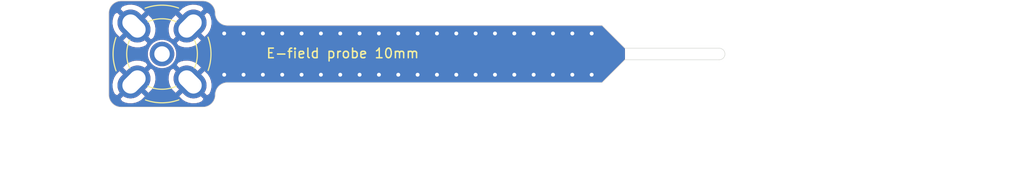
<source format=kicad_pcb>
(kicad_pcb (version 20171130) (host pcbnew "(5.1.5)-3")

  (general
    (thickness 1)
    (drawings 23)
    (tracks 41)
    (zones 0)
    (modules 1)
    (nets 3)
  )

  (page A4)
  (layers
    (0 F.Cu signal)
    (1 In1.Cu signal)
    (2 In2.Cu signal)
    (31 B.Cu signal)
    (32 B.Adhes user)
    (33 F.Adhes user)
    (34 B.Paste user)
    (35 F.Paste user)
    (36 B.SilkS user)
    (37 F.SilkS user)
    (38 B.Mask user)
    (39 F.Mask user)
    (40 Dwgs.User user)
    (41 Cmts.User user)
    (42 Eco1.User user)
    (43 Eco2.User user)
    (44 Edge.Cuts user)
    (45 Margin user)
    (46 B.CrtYd user)
    (47 F.CrtYd user)
    (48 B.Fab user hide)
    (49 F.Fab user hide)
  )

  (setup
    (last_trace_width 0.706149)
    (user_trace_width 0.23495)
    (trace_clearance 0.1)
    (zone_clearance 0)
    (zone_45_only no)
    (trace_min 0.2)
    (via_size 0.8)
    (via_drill 0.4)
    (via_min_size 0.4)
    (via_min_drill 0.3)
    (uvia_size 0.3)
    (uvia_drill 0.1)
    (uvias_allowed no)
    (uvia_min_size 0.2)
    (uvia_min_drill 0.1)
    (edge_width 0.05)
    (segment_width 0.2)
    (pcb_text_width 0.3)
    (pcb_text_size 1.5 1.5)
    (mod_edge_width 0.12)
    (mod_text_size 1 1)
    (mod_text_width 0.15)
    (pad_size 2.54 2.54)
    (pad_drill 1.6)
    (pad_to_mask_clearance 0.051)
    (solder_mask_min_width 0.25)
    (aux_axis_origin 0 0)
    (visible_elements 7FFFFF7F)
    (pcbplotparams
      (layerselection 0x010fc_ffffffff)
      (usegerberextensions false)
      (usegerberattributes false)
      (usegerberadvancedattributes false)
      (creategerberjobfile false)
      (excludeedgelayer true)
      (linewidth 0.100000)
      (plotframeref false)
      (viasonmask false)
      (mode 1)
      (useauxorigin false)
      (hpglpennumber 1)
      (hpglpenspeed 20)
      (hpglpendiameter 15.000000)
      (psnegative false)
      (psa4output false)
      (plotreference true)
      (plotvalue true)
      (plotinvisibletext false)
      (padsonsilk false)
      (subtractmaskfromsilk false)
      (outputformat 1)
      (mirror false)
      (drillshape 1)
      (scaleselection 1)
      (outputdirectory ""))
  )

  (net 0 "")
  (net 1 "Net-(J1-Pad1)")
  (net 2 GND)

  (net_class Default "This is the default net class."
    (clearance 0.1)
    (trace_width 0.706149)
    (via_dia 0.8)
    (via_drill 0.4)
    (uvia_dia 0.3)
    (uvia_drill 0.1)
    (add_net GND)
    (add_net "Net-(J1-Pad1)")
  )

  (module _Custom:BNC_SMA_Vertical (layer F.Cu) (tedit 5E57CA57) (tstamp 5E56994B)
    (at 110.88 96.27)
    (descr "BNC female PCB mount 4 pin straight chassis connector http://www.te.com/usa-en/product-1-1478204-0.html")
    (tags "BNC female PCB mount 4 pin straight chassis connector ")
    (path /5E569AC0)
    (fp_text reference J1 (at -4.33 0.01 90) (layer F.SilkS) hide
      (effects (font (size 1 1) (thickness 0.15)))
    )
    (fp_text value Conn_Coaxial (at 0 6.5) (layer F.Fab)
      (effects (font (size 1 1) (thickness 0.15)))
    )
    (fp_arc (start 0 0) (end 1.45 3.355) (angle 46.74710926) (layer F.SilkS) (width 0.12))
    (fp_arc (start 0 0) (end -1.45 -3.355) (angle 46.74710926) (layer F.SilkS) (width 0.12))
    (fp_arc (start 0 0) (end -3.355 1.45) (angle 46.74710926) (layer F.SilkS) (width 0.12))
    (fp_arc (start 0 0) (end 3.355 -1.45) (angle 46.74710926) (layer F.SilkS) (width 0.12))
    (fp_circle (center 0 0) (end 3.175 0) (layer F.Fab) (width 0.1))
    (fp_arc (start 0 0) (end -1.75 -4.75) (angle 40) (layer F.SilkS) (width 0.12))
    (fp_arc (start 0 0) (end 4.75 -1.75) (angle 40) (layer F.SilkS) (width 0.12))
    (fp_arc (start 0 0) (end 1.75 4.75) (angle 40) (layer F.SilkS) (width 0.12))
    (fp_arc (start 0 0) (end -4.75 1.75) (angle 40) (layer F.SilkS) (width 0.12))
    (fp_circle (center 0 0) (end 4.8 0) (layer F.Fab) (width 0.1))
    (fp_line (start -5.5 -5.5) (end 5.5 -5.5) (layer F.CrtYd) (width 0.05))
    (fp_line (start -5.5 5.5) (end -5.5 -5.5) (layer F.CrtYd) (width 0.05))
    (fp_line (start 5.5 5.5) (end -5.5 5.5) (layer F.CrtYd) (width 0.05))
    (fp_line (start 5.5 -5.5) (end 5.5 5.5) (layer F.CrtYd) (width 0.05))
    (fp_text user %R (at 0 0) (layer F.Fab)
      (effects (font (size 1 1) (thickness 0.15)))
    )
    (pad 2 thru_hole oval (at 2.9 2.9 45) (size 2.7 3.7) (drill oval 1.7 2.7) (layers *.Cu *.Mask)
      (net 2 GND))
    (pad 2 thru_hole oval (at -2.9 2.9 315) (size 2.7 3.7) (drill oval 1.7 2.7) (layers *.Cu *.Mask)
      (net 2 GND))
    (pad 2 thru_hole oval (at 2.9 -2.9 315) (size 2.7 3.7) (drill oval 1.7 2.7) (layers *.Cu *.Mask)
      (net 2 GND))
    (pad 1 thru_hole circle (at 0 0) (size 2.54 2.54) (drill 1.6) (layers *.Cu *.Mask)
      (net 1 "Net-(J1-Pad1)") (clearance 0.2))
    (pad 2 thru_hole oval (at -2.9 -2.9 45) (size 2.7 3.7) (drill oval 1.7 2.7) (layers *.Cu *.Mask)
      (net 2 GND))
    (model ${KISYS3DMOD}/Connector_Coaxial.3dshapes/BNC_TEConnectivity_1478204_Vertical.wrl
      (at (xyz 0 0 0))
      (scale (xyz 1 1 1))
      (rotate (xyz 0 0 0))
    )
  )

  (dimension 10 (width 0.12) (layer Cmts.User)
    (gr_text "10.000 mm" (at 163.75 99.14) (layer Cmts.User)
      (effects (font (size 1 1) (thickness 0.15)))
    )
    (feature1 (pts (xy 158.75 96.27) (xy 158.75 98.456421)))
    (feature2 (pts (xy 168.75 96.27) (xy 168.75 98.456421)))
    (crossbar (pts (xy 168.75 97.87) (xy 158.75 97.87)))
    (arrow1a (pts (xy 158.75 97.87) (xy 159.876504 97.283579)))
    (arrow1b (pts (xy 158.75 97.87) (xy 159.876504 98.456421)))
    (arrow2a (pts (xy 168.75 97.87) (xy 167.623496 97.283579)))
    (arrow2b (pts (xy 168.75 97.87) (xy 167.623496 98.456421)))
  )
  (dimension 40 (width 0.15) (layer Cmts.User) (tstamp 5E57CB28)
    (gr_text "40.000 mm" (at 136.38 108.94) (layer Cmts.User) (tstamp 5E57CB28)
      (effects (font (size 1 1) (thickness 0.15)))
    )
    (feature1 (pts (xy 156.38 93.31) (xy 156.38 108.226421)))
    (feature2 (pts (xy 116.38 93.31) (xy 116.38 108.226421)))
    (crossbar (pts (xy 116.38 107.64) (xy 156.38 107.64)))
    (arrow1a (pts (xy 156.38 107.64) (xy 155.253496 108.226421)))
    (arrow1b (pts (xy 156.38 107.64) (xy 155.253496 107.053579)))
    (arrow2a (pts (xy 116.38 107.64) (xy 117.506504 108.226421)))
    (arrow2b (pts (xy 116.38 107.64) (xy 117.506504 107.053579)))
  )
  (dimension 11 (width 0.12) (layer Cmts.User)
    (gr_text "11.000 mm" (at 116.38 104.6) (layer Cmts.User)
      (effects (font (size 1 1) (thickness 0.15)))
    )
    (feature1 (pts (xy 121.88 96.27) (xy 121.88 103.916421)))
    (feature2 (pts (xy 110.88 96.27) (xy 110.88 103.916421)))
    (crossbar (pts (xy 110.88 103.33) (xy 121.88 103.33)))
    (arrow1a (pts (xy 121.88 103.33) (xy 120.753496 103.916421)))
    (arrow1b (pts (xy 121.88 103.33) (xy 120.753496 102.743579)))
    (arrow2a (pts (xy 110.88 103.33) (xy 112.006504 103.916421)))
    (arrow2b (pts (xy 110.88 103.33) (xy 112.006504 102.743579)))
  )
  (gr_line (start 158.74 95.67) (end 156.38 93.31) (layer Edge.Cuts) (width 0.05) (tstamp 5E57C5E5))
  (gr_line (start 158.74 96.87) (end 156.38 99.23) (layer Edge.Cuts) (width 0.05) (tstamp 5E57C5DC))
  (gr_text "E-field probe 10mm" (at 121.58 96.2025) (layer F.SilkS)
    (effects (font (size 1 1) (thickness 0.15)) (justify left))
  )
  (dimension 2.96 (width 0.15) (layer Cmts.User)
    (gr_text "2.960 mm" (at 117.925 94.79 90) (layer Cmts.User)
      (effects (font (size 0.3 0.3) (thickness 0.075)))
    )
    (feature1 (pts (xy 119.655 93.31) (xy 118.563579 93.31)))
    (feature2 (pts (xy 119.655 96.27) (xy 118.563579 96.27)))
    (crossbar (pts (xy 119.15 96.27) (xy 119.15 93.31)))
    (arrow1a (pts (xy 119.15 93.31) (xy 119.736421 94.436504)))
    (arrow1b (pts (xy 119.15 93.31) (xy 118.563579 94.436504)))
    (arrow2a (pts (xy 119.15 96.27) (xy 119.736421 95.143496)))
    (arrow2b (pts (xy 119.15 96.27) (xy 118.563579 95.143496)))
  )
  (dimension 5.5 (width 0.15) (layer Cmts.User)
    (gr_text "5.500 mm" (at 101.65 93.52 90) (layer Cmts.User)
      (effects (font (size 0.7 0.7) (thickness 0.15)))
    )
    (feature1 (pts (xy 110.88 90.77) (xy 102.363579 90.77)))
    (feature2 (pts (xy 110.88 96.27) (xy 102.363579 96.27)))
    (crossbar (pts (xy 102.95 96.27) (xy 102.95 90.77)))
    (arrow1a (pts (xy 102.95 90.77) (xy 103.536421 91.896504)))
    (arrow1b (pts (xy 102.95 90.77) (xy 102.363579 91.896504)))
    (arrow2a (pts (xy 102.95 96.27) (xy 103.536421 95.143496)))
    (arrow2b (pts (xy 102.95 96.27) (xy 102.363579 95.143496)))
  )
  (gr_arc (start 168.484999 96.26996) (end 168.485 96.869924) (angle -180) (layer Edge.Cuts) (width 0.05) (tstamp 5E569C66))
  (gr_line (start 158.74 95.67) (end 168.485 95.669996) (layer Edge.Cuts) (width 0.05) (tstamp 5E5771FA))
  (gr_line (start 158.74 96.87) (end 168.485 96.869924) (layer Edge.Cuts) (width 0.05))
  (gr_line (start 117.649999 93.310002) (end 156.38 93.31) (layer Edge.Cuts) (width 0.05) (tstamp 5E569BFD))
  (gr_line (start 117.650001 99.230002) (end 156.38 99.23) (layer Edge.Cuts) (width 0.05))
  (gr_line (start 106.649998 101.77) (end 115.109999 101.77) (layer Edge.Cuts) (width 0.05) (tstamp 5E569BED))
  (gr_arc (start 117.65 92.040002) (end 116.38 92.040001) (angle -90) (layer Edge.Cuts) (width 0.05) (tstamp 5E569BDC))
  (gr_arc (start 115.11 92.04) (end 116.38 92.040001) (angle -90) (layer Edge.Cuts) (width 0.05) (tstamp 5E569BD3))
  (gr_arc (start 117.65 100.500002) (end 117.650001 99.230002) (angle -90) (layer Edge.Cuts) (width 0.05) (tstamp 5E569BB2))
  (gr_arc (start 115.11 100.5) (end 115.109999 101.77) (angle -90) (layer Edge.Cuts) (width 0.05) (tstamp 5E569BA8))
  (gr_arc (start 106.65 100.500001) (end 105.38 100.5) (angle -90) (layer Edge.Cuts) (width 0.05) (tstamp 5E569B8F))
  (gr_arc (start 106.65 92.04) (end 106.65 90.77) (angle -90) (layer Edge.Cuts) (width 0.05) (tstamp 5E569C32))
  (dimension 11 (width 0.15) (layer Cmts.User)
    (gr_text "11.000 mm" (at 97.79 96.27 270) (layer Cmts.User)
      (effects (font (size 1 1) (thickness 0.15)))
    )
    (feature1 (pts (xy 105.38 101.77) (xy 98.503579 101.77)))
    (feature2 (pts (xy 105.38 90.77) (xy 98.503579 90.77)))
    (crossbar (pts (xy 99.09 90.77) (xy 99.09 101.77)))
    (arrow1a (pts (xy 99.09 101.77) (xy 98.503579 100.643496)))
    (arrow1b (pts (xy 99.09 101.77) (xy 99.676421 100.643496)))
    (arrow2a (pts (xy 99.09 90.77) (xy 98.503579 91.896504)))
    (arrow2b (pts (xy 99.09 90.77) (xy 99.676421 91.896504)))
  )
  (gr_line (start 105.38 100.5) (end 105.38 92.04) (layer Edge.Cuts) (width 0.05) (tstamp 5E569963))
  (gr_line (start 106.65 90.77) (end 115.110001 90.77) (layer Edge.Cuts) (width 0.05))

  (segment (start 110.88 96.27) (end 168.63 96.27) (width 0.23495) (layer In1.Cu) (net 1))
  (via (at 155.31 98.42) (size 0.8) (drill 0.4) (layers F.Cu B.Cu) (net 2) (tstamp 5E57BF40))
  (via (at 153.31 98.42) (size 0.8) (drill 0.4) (layers F.Cu B.Cu) (net 2) (tstamp 5E57BF42))
  (via (at 151.31 98.42) (size 0.8) (drill 0.4) (layers F.Cu B.Cu) (net 2) (tstamp 5E57BF44))
  (via (at 149.31 98.42) (size 0.8) (drill 0.4) (layers F.Cu B.Cu) (net 2) (tstamp 5E57BF46))
  (via (at 147.31 98.42) (size 0.8) (drill 0.4) (layers F.Cu B.Cu) (net 2) (tstamp 5E57BF48))
  (via (at 145.31 98.42) (size 0.8) (drill 0.4) (layers F.Cu B.Cu) (net 2) (tstamp 5E57BF4A))
  (via (at 143.31 98.42) (size 0.8) (drill 0.4) (layers F.Cu B.Cu) (net 2) (tstamp 5E57BF4C))
  (via (at 141.31 98.42) (size 0.8) (drill 0.4) (layers F.Cu B.Cu) (net 2) (tstamp 5E57BF4E))
  (via (at 139.31 98.42) (size 0.8) (drill 0.4) (layers F.Cu B.Cu) (net 2) (tstamp 5E57BF50))
  (via (at 137.31 98.42) (size 0.8) (drill 0.4) (layers F.Cu B.Cu) (net 2) (tstamp 5E57BF52))
  (via (at 135.31 98.42) (size 0.8) (drill 0.4) (layers F.Cu B.Cu) (net 2) (tstamp 5E57BF54))
  (via (at 133.31 98.42) (size 0.8) (drill 0.4) (layers F.Cu B.Cu) (net 2) (tstamp 5E57BF56))
  (via (at 131.31 98.42) (size 0.8) (drill 0.4) (layers F.Cu B.Cu) (net 2) (tstamp 5E57BF58))
  (via (at 129.31 98.42) (size 0.8) (drill 0.4) (layers F.Cu B.Cu) (net 2) (tstamp 5E57BF5A))
  (via (at 127.31 98.42) (size 0.8) (drill 0.4) (layers F.Cu B.Cu) (net 2) (tstamp 5E57BF5C))
  (via (at 125.31 98.42) (size 0.8) (drill 0.4) (layers F.Cu B.Cu) (net 2) (tstamp 5E57BF5E))
  (via (at 123.31 98.42) (size 0.8) (drill 0.4) (layers F.Cu B.Cu) (net 2) (tstamp 5E57BF60))
  (via (at 121.31 98.42) (size 0.8) (drill 0.4) (layers F.Cu B.Cu) (net 2) (tstamp 5E57BF62))
  (via (at 119.31 98.42) (size 0.8) (drill 0.4) (layers F.Cu B.Cu) (net 2) (tstamp 5E57BF64))
  (via (at 117.31 98.42) (size 0.8) (drill 0.4) (layers F.Cu B.Cu) (net 2) (tstamp 5E57BF66))
  (via (at 155.31 94.14) (size 0.8) (drill 0.4) (layers F.Cu B.Cu) (net 2) (tstamp 5E57BF94))
  (via (at 153.31 94.14) (size 0.8) (drill 0.4) (layers F.Cu B.Cu) (net 2) (tstamp 5E57BF96))
  (via (at 151.31 94.14) (size 0.8) (drill 0.4) (layers F.Cu B.Cu) (net 2) (tstamp 5E57BF98))
  (via (at 149.31 94.14) (size 0.8) (drill 0.4) (layers F.Cu B.Cu) (net 2) (tstamp 5E57BF9A))
  (via (at 147.31 94.14) (size 0.8) (drill 0.4) (layers F.Cu B.Cu) (net 2) (tstamp 5E57BF9C))
  (via (at 145.31 94.14) (size 0.8) (drill 0.4) (layers F.Cu B.Cu) (net 2) (tstamp 5E57BF9E))
  (via (at 143.31 94.14) (size 0.8) (drill 0.4) (layers F.Cu B.Cu) (net 2) (tstamp 5E57BFA0))
  (via (at 141.31 94.14) (size 0.8) (drill 0.4) (layers F.Cu B.Cu) (net 2) (tstamp 5E57BFA2))
  (via (at 139.31 94.14) (size 0.8) (drill 0.4) (layers F.Cu B.Cu) (net 2) (tstamp 5E57BFA4))
  (via (at 137.31 94.14) (size 0.8) (drill 0.4) (layers F.Cu B.Cu) (net 2) (tstamp 5E57BFA6))
  (via (at 135.31 94.14) (size 0.8) (drill 0.4) (layers F.Cu B.Cu) (net 2) (tstamp 5E57BFA8))
  (via (at 133.31 94.14) (size 0.8) (drill 0.4) (layers F.Cu B.Cu) (net 2) (tstamp 5E57BFAA))
  (via (at 131.31 94.14) (size 0.8) (drill 0.4) (layers F.Cu B.Cu) (net 2) (tstamp 5E57BFAC))
  (via (at 129.31 94.14) (size 0.8) (drill 0.4) (layers F.Cu B.Cu) (net 2) (tstamp 5E57BFAE))
  (via (at 127.31 94.14) (size 0.8) (drill 0.4) (layers F.Cu B.Cu) (net 2) (tstamp 5E57BFB0))
  (via (at 125.31 94.14) (size 0.8) (drill 0.4) (layers F.Cu B.Cu) (net 2) (tstamp 5E57BFB2))
  (via (at 123.31 94.14) (size 0.8) (drill 0.4) (layers F.Cu B.Cu) (net 2) (tstamp 5E57BFB4))
  (via (at 121.31 94.14) (size 0.8) (drill 0.4) (layers F.Cu B.Cu) (net 2) (tstamp 5E57BFB6))
  (via (at 119.31 94.14) (size 0.8) (drill 0.4) (layers F.Cu B.Cu) (net 2) (tstamp 5E57BFB8))
  (via (at 117.31 94.14) (size 0.8) (drill 0.4) (layers F.Cu B.Cu) (net 2) (tstamp 5E57BFBA))

  (zone (net 2) (net_name GND) (layer F.Cu) (tstamp 0) (hatch edge 0.508)
    (connect_pads (clearance 0))
    (min_thickness 0.0254)
    (fill yes (arc_segments 32) (thermal_gap 0.508) (thermal_bridge_width 0.508))
    (polygon
      (pts
        (xy 200.03 101.87) (xy 105.18 101.87) (xy 105.18 90.67) (xy 200.03 90.67)
      )
    )
    (filled_polygon
      (pts
        (xy 115.34932 90.831346) (xy 115.579526 90.90085) (xy 115.791844 91.013742) (xy 115.978195 91.165726) (xy 116.131472 91.351007)
        (xy 116.245847 91.562537) (xy 116.316955 91.792252) (xy 116.342276 92.03317) (xy 116.3423 92.040133) (xy 116.342331 92.048999)
        (xy 116.342498 92.050646) (xy 116.342487 92.052284) (xy 116.342538 92.052808) (xy 116.368446 92.299311) (xy 116.369131 92.302649)
        (xy 116.369773 92.306014) (xy 116.369925 92.306518) (xy 116.443219 92.543295) (xy 116.444561 92.546489) (xy 116.445824 92.549613)
        (xy 116.446068 92.550073) (xy 116.44607 92.550078) (xy 116.446073 92.550082) (xy 116.563959 92.768107) (xy 116.565881 92.770957)
        (xy 116.567741 92.773799) (xy 116.56807 92.774202) (xy 116.568074 92.774208) (xy 116.568079 92.774213) (xy 116.726066 92.965187)
        (xy 116.728487 92.967591) (xy 116.730881 92.970036) (xy 116.731286 92.970371) (xy 116.923364 93.127026) (xy 116.926199 93.128909)
        (xy 116.92903 93.130848) (xy 116.929493 93.131098) (xy 117.148341 93.247462) (xy 117.1515 93.248764) (xy 117.154641 93.25011)
        (xy 117.155143 93.250266) (xy 117.392424 93.321906) (xy 117.395797 93.322574) (xy 117.399119 93.32328) (xy 117.399642 93.323335)
        (xy 117.64632 93.347522) (xy 117.646325 93.347522) (xy 117.648152 93.347702) (xy 156.364384 93.347699) (xy 158.712039 95.695355)
        (xy 158.713214 95.696787) (xy 158.714646 95.697962) (xy 158.714648 95.697964) (xy 158.718953 95.701497) (xy 158.725503 95.704998)
        (xy 158.732609 95.707154) (xy 158.7373 95.707616) (xy 158.7373 96.832384) (xy 158.732609 96.832846) (xy 158.725503 96.835002)
        (xy 158.718953 96.838503) (xy 158.718493 96.838881) (xy 158.713213 96.843214) (xy 158.712033 96.844652) (xy 156.364386 99.1923)
        (xy 117.650132 99.192303) (xy 117.649869 99.192302) (xy 117.649583 99.192303) (xy 117.648154 99.192303) (xy 117.648101 99.192308)
        (xy 117.641003 99.192333) (xy 117.639364 99.1925) (xy 117.637718 99.192488) (xy 117.637195 99.192539) (xy 117.390691 99.218448)
        (xy 117.38736 99.219132) (xy 117.383988 99.219775) (xy 117.383484 99.219927) (xy 117.146708 99.293221) (xy 117.143547 99.29455)
        (xy 117.14039 99.295825) (xy 117.139925 99.296072) (xy 116.921895 99.413961) (xy 116.919061 99.415873) (xy 116.916203 99.417743)
        (xy 116.915796 99.418075) (xy 116.724815 99.576068) (xy 116.722375 99.578525) (xy 116.719966 99.580884) (xy 116.71963 99.581289)
        (xy 116.562976 99.773366) (xy 116.561093 99.776201) (xy 116.559154 99.779032) (xy 116.558904 99.779495) (xy 116.44254 99.998343)
        (xy 116.441238 100.001502) (xy 116.439892 100.004643) (xy 116.439736 100.005145) (xy 116.368096 100.242426) (xy 116.367428 100.245799)
        (xy 116.366722 100.249121) (xy 116.366667 100.249644) (xy 116.34248 100.496322) (xy 116.318654 100.73932) (xy 116.24915 100.969526)
        (xy 116.136258 101.181844) (xy 115.984275 101.368194) (xy 115.798993 101.521472) (xy 115.587463 101.635847) (xy 115.357753 101.706953)
        (xy 115.11683 101.732276) (xy 115.109867 101.7323) (xy 106.651832 101.7323) (xy 106.41068 101.708655) (xy 106.180474 101.639151)
        (xy 105.968156 101.526259) (xy 105.781806 101.374276) (xy 105.628528 101.188994) (xy 105.514153 100.977464) (xy 105.494208 100.91303)
        (xy 106.578219 100.91303) (xy 106.731278 101.16617) (xy 107.024827 101.311234) (xy 107.385146 101.394254) (xy 107.754738 101.405384)
        (xy 108.1194 101.344196) (xy 108.465118 101.213043) (xy 108.778606 101.016963) (xy 109.13216 100.66341) (xy 112.62784 100.66341)
        (xy 112.981394 101.016963) (xy 113.294882 101.213043) (xy 113.6406 101.344196) (xy 114.005262 101.405384) (xy 114.374854 101.394254)
        (xy 114.735173 101.311234) (xy 115.028722 101.16617) (xy 115.181781 100.91303) (xy 113.78 99.51125) (xy 112.62784 100.66341)
        (xy 109.13216 100.66341) (xy 107.98 99.51125) (xy 106.578219 100.91303) (xy 105.494208 100.91303) (xy 105.443047 100.747754)
        (xy 105.417724 100.506831) (xy 105.4177 100.499868) (xy 105.4177 99.395262) (xy 105.744616 99.395262) (xy 105.755746 99.764854)
        (xy 105.838766 100.125173) (xy 105.98383 100.418722) (xy 106.23697 100.571781) (xy 107.63875 99.17) (xy 108.32125 99.17)
        (xy 109.47341 100.32216) (xy 109.826963 99.968606) (xy 110.023043 99.655118) (xy 110.154196 99.3094) (xy 110.215384 98.944738)
        (xy 111.544616 98.944738) (xy 111.605804 99.3094) (xy 111.736957 99.655118) (xy 111.933037 99.968606) (xy 112.28659 100.32216)
        (xy 113.43875 99.17) (xy 114.12125 99.17) (xy 115.52303 100.571781) (xy 115.77617 100.418722) (xy 115.921234 100.125173)
        (xy 116.004254 99.764854) (xy 116.015384 99.395262) (xy 115.954196 99.0306) (xy 115.823043 98.684882) (xy 115.626963 98.371394)
        (xy 115.27341 98.01784) (xy 114.12125 99.17) (xy 113.43875 99.17) (xy 112.03697 97.768219) (xy 111.78383 97.921278)
        (xy 111.638766 98.214827) (xy 111.555746 98.575146) (xy 111.544616 98.944738) (xy 110.215384 98.944738) (xy 110.204254 98.575146)
        (xy 110.121234 98.214827) (xy 109.97617 97.921278) (xy 109.72303 97.768219) (xy 108.32125 99.17) (xy 107.63875 99.17)
        (xy 106.48659 98.01784) (xy 106.133037 98.371394) (xy 105.936957 98.684882) (xy 105.805804 99.0306) (xy 105.744616 99.395262)
        (xy 105.4177 99.395262) (xy 105.4177 97.67659) (xy 106.82784 97.67659) (xy 107.98 98.82875) (xy 109.381781 97.42697)
        (xy 109.228722 97.17383) (xy 108.935173 97.028766) (xy 108.574854 96.945746) (xy 108.205262 96.934616) (xy 107.8406 96.995804)
        (xy 107.494882 97.126957) (xy 107.181394 97.323037) (xy 106.82784 97.67659) (xy 105.4177 97.67659) (xy 105.4177 96.123967)
        (xy 109.3973 96.123967) (xy 109.3973 96.416033) (xy 109.454279 96.702488) (xy 109.566048 96.972322) (xy 109.728312 97.215166)
        (xy 109.934834 97.421688) (xy 110.177678 97.583952) (xy 110.447512 97.695721) (xy 110.733967 97.7527) (xy 111.026033 97.7527)
        (xy 111.312488 97.695721) (xy 111.582322 97.583952) (xy 111.81726 97.42697) (xy 112.378219 97.42697) (xy 113.78 98.82875)
        (xy 114.93216 97.67659) (xy 114.578606 97.323037) (xy 114.265118 97.126957) (xy 113.9194 96.995804) (xy 113.554738 96.934616)
        (xy 113.185146 96.945746) (xy 112.824827 97.028766) (xy 112.531278 97.17383) (xy 112.378219 97.42697) (xy 111.81726 97.42697)
        (xy 111.825166 97.421688) (xy 112.031688 97.215166) (xy 112.193952 96.972322) (xy 112.305721 96.702488) (xy 112.3627 96.416033)
        (xy 112.3627 96.123967) (xy 112.305721 95.837512) (xy 112.193952 95.567678) (xy 112.031688 95.324834) (xy 111.825166 95.118312)
        (xy 111.817261 95.11303) (xy 112.378219 95.11303) (xy 112.531278 95.36617) (xy 112.824827 95.511234) (xy 113.185146 95.594254)
        (xy 113.554738 95.605384) (xy 113.9194 95.544196) (xy 114.265118 95.413043) (xy 114.578606 95.216963) (xy 114.93216 94.86341)
        (xy 113.78 93.71125) (xy 112.378219 95.11303) (xy 111.817261 95.11303) (xy 111.582322 94.956048) (xy 111.312488 94.844279)
        (xy 111.026033 94.7873) (xy 110.733967 94.7873) (xy 110.447512 94.844279) (xy 110.177678 94.956048) (xy 109.934834 95.118312)
        (xy 109.728312 95.324834) (xy 109.566048 95.567678) (xy 109.454279 95.837512) (xy 109.3973 96.123967) (xy 105.4177 96.123967)
        (xy 105.4177 94.86341) (xy 106.82784 94.86341) (xy 107.181394 95.216963) (xy 107.494882 95.413043) (xy 107.8406 95.544196)
        (xy 108.205262 95.605384) (xy 108.574854 95.594254) (xy 108.935173 95.511234) (xy 109.228722 95.36617) (xy 109.381781 95.11303)
        (xy 107.98 93.71125) (xy 106.82784 94.86341) (xy 105.4177 94.86341) (xy 105.4177 93.144738) (xy 105.744616 93.144738)
        (xy 105.805804 93.5094) (xy 105.936957 93.855118) (xy 106.133037 94.168606) (xy 106.48659 94.52216) (xy 107.63875 93.37)
        (xy 108.32125 93.37) (xy 109.72303 94.771781) (xy 109.97617 94.618722) (xy 110.121234 94.325173) (xy 110.204254 93.964854)
        (xy 110.215384 93.595262) (xy 111.544616 93.595262) (xy 111.555746 93.964854) (xy 111.638766 94.325173) (xy 111.78383 94.618722)
        (xy 112.03697 94.771781) (xy 113.43875 93.37) (xy 114.12125 93.37) (xy 115.27341 94.52216) (xy 115.626963 94.168606)
        (xy 115.823043 93.855118) (xy 115.954196 93.5094) (xy 116.015384 93.144738) (xy 116.004254 92.775146) (xy 115.921234 92.414827)
        (xy 115.77617 92.121278) (xy 115.52303 91.968219) (xy 114.12125 93.37) (xy 113.43875 93.37) (xy 112.28659 92.21784)
        (xy 111.933037 92.571394) (xy 111.736957 92.884882) (xy 111.605804 93.2306) (xy 111.544616 93.595262) (xy 110.215384 93.595262)
        (xy 110.154196 93.2306) (xy 110.023043 92.884882) (xy 109.826963 92.571394) (xy 109.47341 92.21784) (xy 108.32125 93.37)
        (xy 107.63875 93.37) (xy 106.23697 91.968219) (xy 105.98383 92.121278) (xy 105.838766 92.414827) (xy 105.755746 92.775146)
        (xy 105.744616 93.144738) (xy 105.4177 93.144738) (xy 105.4177 92.041843) (xy 105.441346 91.800681) (xy 105.493792 91.62697)
        (xy 106.578219 91.62697) (xy 107.98 93.02875) (xy 109.13216 91.87659) (xy 112.62784 91.87659) (xy 113.78 93.02875)
        (xy 115.181781 91.62697) (xy 115.028722 91.37383) (xy 114.735173 91.228766) (xy 114.374854 91.145746) (xy 114.005262 91.134616)
        (xy 113.6406 91.195804) (xy 113.294882 91.326957) (xy 112.981394 91.523037) (xy 112.62784 91.87659) (xy 109.13216 91.87659)
        (xy 108.778606 91.523037) (xy 108.465118 91.326957) (xy 108.1194 91.195804) (xy 107.754738 91.134616) (xy 107.385146 91.145746)
        (xy 107.024827 91.228766) (xy 106.731278 91.37383) (xy 106.578219 91.62697) (xy 105.493792 91.62697) (xy 105.51085 91.570475)
        (xy 105.623741 91.358156) (xy 105.775725 91.171806) (xy 105.961006 91.018528) (xy 106.172536 90.904154) (xy 106.40225 90.833045)
        (xy 106.643169 90.807724) (xy 106.650132 90.8077) (xy 115.108158 90.8077)
      )
    )
  )
  (zone (net 2) (net_name GND) (layer In2.Cu) (tstamp 5E577442) (hatch edge 0.508)
    (connect_pads (clearance 0))
    (min_thickness 0.0254)
    (fill yes (arc_segments 32) (thermal_gap 0.508) (thermal_bridge_width 0.508))
    (polygon
      (pts
        (xy 200.03 101.87) (xy 105.18 101.87) (xy 105.18 90.67) (xy 200.03 90.67)
      )
    )
    (filled_polygon
      (pts
        (xy 115.34932 90.831346) (xy 115.579526 90.90085) (xy 115.791844 91.013742) (xy 115.978195 91.165726) (xy 116.131472 91.351007)
        (xy 116.245847 91.562537) (xy 116.316955 91.792252) (xy 116.342276 92.03317) (xy 116.3423 92.040133) (xy 116.342331 92.048999)
        (xy 116.342498 92.050646) (xy 116.342487 92.052284) (xy 116.342538 92.052808) (xy 116.368446 92.299311) (xy 116.369131 92.302649)
        (xy 116.369773 92.306014) (xy 116.369925 92.306518) (xy 116.443219 92.543295) (xy 116.444561 92.546489) (xy 116.445824 92.549613)
        (xy 116.446068 92.550073) (xy 116.44607 92.550078) (xy 116.446073 92.550082) (xy 116.563959 92.768107) (xy 116.565881 92.770957)
        (xy 116.567741 92.773799) (xy 116.56807 92.774202) (xy 116.568074 92.774208) (xy 116.568079 92.774213) (xy 116.726066 92.965187)
        (xy 116.728487 92.967591) (xy 116.730881 92.970036) (xy 116.731286 92.970371) (xy 116.923364 93.127026) (xy 116.926199 93.128909)
        (xy 116.92903 93.130848) (xy 116.929493 93.131098) (xy 117.148341 93.247462) (xy 117.1515 93.248764) (xy 117.154641 93.25011)
        (xy 117.155143 93.250266) (xy 117.392424 93.321906) (xy 117.395797 93.322574) (xy 117.399119 93.32328) (xy 117.399642 93.323335)
        (xy 117.64632 93.347522) (xy 117.646325 93.347522) (xy 117.648152 93.347702) (xy 156.364384 93.347699) (xy 158.712039 95.695355)
        (xy 158.713214 95.696787) (xy 158.714646 95.697962) (xy 158.714648 95.697964) (xy 158.718953 95.701497) (xy 158.725503 95.704998)
        (xy 158.732609 95.707154) (xy 158.7373 95.707616) (xy 158.7373 96.832384) (xy 158.732609 96.832846) (xy 158.725503 96.835002)
        (xy 158.718953 96.838503) (xy 158.718493 96.838881) (xy 158.713213 96.843214) (xy 158.712033 96.844652) (xy 156.364386 99.1923)
        (xy 117.650132 99.192303) (xy 117.649869 99.192302) (xy 117.649583 99.192303) (xy 117.648154 99.192303) (xy 117.648101 99.192308)
        (xy 117.641003 99.192333) (xy 117.639364 99.1925) (xy 117.637718 99.192488) (xy 117.637195 99.192539) (xy 117.390691 99.218448)
        (xy 117.38736 99.219132) (xy 117.383988 99.219775) (xy 117.383484 99.219927) (xy 117.146708 99.293221) (xy 117.143547 99.29455)
        (xy 117.14039 99.295825) (xy 117.139925 99.296072) (xy 116.921895 99.413961) (xy 116.919061 99.415873) (xy 116.916203 99.417743)
        (xy 116.915796 99.418075) (xy 116.724815 99.576068) (xy 116.722375 99.578525) (xy 116.719966 99.580884) (xy 116.71963 99.581289)
        (xy 116.562976 99.773366) (xy 116.561093 99.776201) (xy 116.559154 99.779032) (xy 116.558904 99.779495) (xy 116.44254 99.998343)
        (xy 116.441238 100.001502) (xy 116.439892 100.004643) (xy 116.439736 100.005145) (xy 116.368096 100.242426) (xy 116.367428 100.245799)
        (xy 116.366722 100.249121) (xy 116.366667 100.249644) (xy 116.34248 100.496322) (xy 116.318654 100.73932) (xy 116.24915 100.969526)
        (xy 116.136258 101.181844) (xy 115.984275 101.368194) (xy 115.798993 101.521472) (xy 115.587463 101.635847) (xy 115.357753 101.706953)
        (xy 115.11683 101.732276) (xy 115.109867 101.7323) (xy 106.651832 101.7323) (xy 106.41068 101.708655) (xy 106.180474 101.639151)
        (xy 105.968156 101.526259) (xy 105.781806 101.374276) (xy 105.628528 101.188994) (xy 105.514153 100.977464) (xy 105.494208 100.91303)
        (xy 106.578219 100.91303) (xy 106.731278 101.16617) (xy 107.024827 101.311234) (xy 107.385146 101.394254) (xy 107.754738 101.405384)
        (xy 108.1194 101.344196) (xy 108.465118 101.213043) (xy 108.778606 101.016963) (xy 109.13216 100.66341) (xy 112.62784 100.66341)
        (xy 112.981394 101.016963) (xy 113.294882 101.213043) (xy 113.6406 101.344196) (xy 114.005262 101.405384) (xy 114.374854 101.394254)
        (xy 114.735173 101.311234) (xy 115.028722 101.16617) (xy 115.181781 100.91303) (xy 113.78 99.51125) (xy 112.62784 100.66341)
        (xy 109.13216 100.66341) (xy 107.98 99.51125) (xy 106.578219 100.91303) (xy 105.494208 100.91303) (xy 105.443047 100.747754)
        (xy 105.417724 100.506831) (xy 105.4177 100.499868) (xy 105.4177 99.395262) (xy 105.744616 99.395262) (xy 105.755746 99.764854)
        (xy 105.838766 100.125173) (xy 105.98383 100.418722) (xy 106.23697 100.571781) (xy 107.63875 99.17) (xy 108.32125 99.17)
        (xy 109.47341 100.32216) (xy 109.826963 99.968606) (xy 110.023043 99.655118) (xy 110.154196 99.3094) (xy 110.215384 98.944738)
        (xy 111.544616 98.944738) (xy 111.605804 99.3094) (xy 111.736957 99.655118) (xy 111.933037 99.968606) (xy 112.28659 100.32216)
        (xy 113.43875 99.17) (xy 114.12125 99.17) (xy 115.52303 100.571781) (xy 115.77617 100.418722) (xy 115.921234 100.125173)
        (xy 116.004254 99.764854) (xy 116.015384 99.395262) (xy 115.954196 99.0306) (xy 115.823043 98.684882) (xy 115.626963 98.371394)
        (xy 115.27341 98.01784) (xy 114.12125 99.17) (xy 113.43875 99.17) (xy 112.03697 97.768219) (xy 111.78383 97.921278)
        (xy 111.638766 98.214827) (xy 111.555746 98.575146) (xy 111.544616 98.944738) (xy 110.215384 98.944738) (xy 110.204254 98.575146)
        (xy 110.121234 98.214827) (xy 109.97617 97.921278) (xy 109.72303 97.768219) (xy 108.32125 99.17) (xy 107.63875 99.17)
        (xy 106.48659 98.01784) (xy 106.133037 98.371394) (xy 105.936957 98.684882) (xy 105.805804 99.0306) (xy 105.744616 99.395262)
        (xy 105.4177 99.395262) (xy 105.4177 97.67659) (xy 106.82784 97.67659) (xy 107.98 98.82875) (xy 109.381781 97.42697)
        (xy 109.228722 97.17383) (xy 108.935173 97.028766) (xy 108.574854 96.945746) (xy 108.205262 96.934616) (xy 107.8406 96.995804)
        (xy 107.494882 97.126957) (xy 107.181394 97.323037) (xy 106.82784 97.67659) (xy 105.4177 97.67659) (xy 105.4177 96.123967)
        (xy 109.3973 96.123967) (xy 109.3973 96.416033) (xy 109.454279 96.702488) (xy 109.566048 96.972322) (xy 109.728312 97.215166)
        (xy 109.934834 97.421688) (xy 110.177678 97.583952) (xy 110.447512 97.695721) (xy 110.733967 97.7527) (xy 111.026033 97.7527)
        (xy 111.312488 97.695721) (xy 111.582322 97.583952) (xy 111.81726 97.42697) (xy 112.378219 97.42697) (xy 113.78 98.82875)
        (xy 114.93216 97.67659) (xy 114.578606 97.323037) (xy 114.265118 97.126957) (xy 113.9194 96.995804) (xy 113.554738 96.934616)
        (xy 113.185146 96.945746) (xy 112.824827 97.028766) (xy 112.531278 97.17383) (xy 112.378219 97.42697) (xy 111.81726 97.42697)
        (xy 111.825166 97.421688) (xy 112.031688 97.215166) (xy 112.193952 96.972322) (xy 112.305721 96.702488) (xy 112.3627 96.416033)
        (xy 112.3627 96.123967) (xy 112.305721 95.837512) (xy 112.193952 95.567678) (xy 112.031688 95.324834) (xy 111.825166 95.118312)
        (xy 111.817261 95.11303) (xy 112.378219 95.11303) (xy 112.531278 95.36617) (xy 112.824827 95.511234) (xy 113.185146 95.594254)
        (xy 113.554738 95.605384) (xy 113.9194 95.544196) (xy 114.265118 95.413043) (xy 114.578606 95.216963) (xy 114.93216 94.86341)
        (xy 113.78 93.71125) (xy 112.378219 95.11303) (xy 111.817261 95.11303) (xy 111.582322 94.956048) (xy 111.312488 94.844279)
        (xy 111.026033 94.7873) (xy 110.733967 94.7873) (xy 110.447512 94.844279) (xy 110.177678 94.956048) (xy 109.934834 95.118312)
        (xy 109.728312 95.324834) (xy 109.566048 95.567678) (xy 109.454279 95.837512) (xy 109.3973 96.123967) (xy 105.4177 96.123967)
        (xy 105.4177 94.86341) (xy 106.82784 94.86341) (xy 107.181394 95.216963) (xy 107.494882 95.413043) (xy 107.8406 95.544196)
        (xy 108.205262 95.605384) (xy 108.574854 95.594254) (xy 108.935173 95.511234) (xy 109.228722 95.36617) (xy 109.381781 95.11303)
        (xy 107.98 93.71125) (xy 106.82784 94.86341) (xy 105.4177 94.86341) (xy 105.4177 93.144738) (xy 105.744616 93.144738)
        (xy 105.805804 93.5094) (xy 105.936957 93.855118) (xy 106.133037 94.168606) (xy 106.48659 94.52216) (xy 107.63875 93.37)
        (xy 108.32125 93.37) (xy 109.72303 94.771781) (xy 109.97617 94.618722) (xy 110.121234 94.325173) (xy 110.204254 93.964854)
        (xy 110.215384 93.595262) (xy 111.544616 93.595262) (xy 111.555746 93.964854) (xy 111.638766 94.325173) (xy 111.78383 94.618722)
        (xy 112.03697 94.771781) (xy 113.43875 93.37) (xy 114.12125 93.37) (xy 115.27341 94.52216) (xy 115.626963 94.168606)
        (xy 115.823043 93.855118) (xy 115.954196 93.5094) (xy 116.015384 93.144738) (xy 116.004254 92.775146) (xy 115.921234 92.414827)
        (xy 115.77617 92.121278) (xy 115.52303 91.968219) (xy 114.12125 93.37) (xy 113.43875 93.37) (xy 112.28659 92.21784)
        (xy 111.933037 92.571394) (xy 111.736957 92.884882) (xy 111.605804 93.2306) (xy 111.544616 93.595262) (xy 110.215384 93.595262)
        (xy 110.154196 93.2306) (xy 110.023043 92.884882) (xy 109.826963 92.571394) (xy 109.47341 92.21784) (xy 108.32125 93.37)
        (xy 107.63875 93.37) (xy 106.23697 91.968219) (xy 105.98383 92.121278) (xy 105.838766 92.414827) (xy 105.755746 92.775146)
        (xy 105.744616 93.144738) (xy 105.4177 93.144738) (xy 105.4177 92.041843) (xy 105.441346 91.800681) (xy 105.493792 91.62697)
        (xy 106.578219 91.62697) (xy 107.98 93.02875) (xy 109.13216 91.87659) (xy 112.62784 91.87659) (xy 113.78 93.02875)
        (xy 115.181781 91.62697) (xy 115.028722 91.37383) (xy 114.735173 91.228766) (xy 114.374854 91.145746) (xy 114.005262 91.134616)
        (xy 113.6406 91.195804) (xy 113.294882 91.326957) (xy 112.981394 91.523037) (xy 112.62784 91.87659) (xy 109.13216 91.87659)
        (xy 108.778606 91.523037) (xy 108.465118 91.326957) (xy 108.1194 91.195804) (xy 107.754738 91.134616) (xy 107.385146 91.145746)
        (xy 107.024827 91.228766) (xy 106.731278 91.37383) (xy 106.578219 91.62697) (xy 105.493792 91.62697) (xy 105.51085 91.570475)
        (xy 105.623741 91.358156) (xy 105.775725 91.171806) (xy 105.961006 91.018528) (xy 106.172536 90.904154) (xy 106.40225 90.833045)
        (xy 106.643169 90.807724) (xy 106.650132 90.8077) (xy 115.108158 90.8077)
      )
    )
  )
  (zone (net 2) (net_name GND) (layer B.Cu) (tstamp 5E577449) (hatch edge 0.508)
    (connect_pads (clearance 0))
    (min_thickness 0.0254)
    (fill yes (arc_segments 32) (thermal_gap 0.508) (thermal_bridge_width 0.508))
    (polygon
      (pts
        (xy 200.03 101.87) (xy 105.18 101.87) (xy 105.18 90.67) (xy 200.03 90.67)
      )
    )
    (filled_polygon
      (pts
        (xy 115.34932 90.831346) (xy 115.579526 90.90085) (xy 115.791844 91.013742) (xy 115.978195 91.165726) (xy 116.131472 91.351007)
        (xy 116.245847 91.562537) (xy 116.316955 91.792252) (xy 116.342276 92.03317) (xy 116.3423 92.040133) (xy 116.342331 92.048999)
        (xy 116.342498 92.050646) (xy 116.342487 92.052284) (xy 116.342538 92.052808) (xy 116.368446 92.299311) (xy 116.369131 92.302649)
        (xy 116.369773 92.306014) (xy 116.369925 92.306518) (xy 116.443219 92.543295) (xy 116.444561 92.546489) (xy 116.445824 92.549613)
        (xy 116.446068 92.550073) (xy 116.44607 92.550078) (xy 116.446073 92.550082) (xy 116.563959 92.768107) (xy 116.565881 92.770957)
        (xy 116.567741 92.773799) (xy 116.56807 92.774202) (xy 116.568074 92.774208) (xy 116.568079 92.774213) (xy 116.726066 92.965187)
        (xy 116.728487 92.967591) (xy 116.730881 92.970036) (xy 116.731286 92.970371) (xy 116.923364 93.127026) (xy 116.926199 93.128909)
        (xy 116.92903 93.130848) (xy 116.929493 93.131098) (xy 117.148341 93.247462) (xy 117.1515 93.248764) (xy 117.154641 93.25011)
        (xy 117.155143 93.250266) (xy 117.392424 93.321906) (xy 117.395797 93.322574) (xy 117.399119 93.32328) (xy 117.399642 93.323335)
        (xy 117.64632 93.347522) (xy 117.646325 93.347522) (xy 117.648152 93.347702) (xy 156.364384 93.347699) (xy 158.712039 95.695355)
        (xy 158.713214 95.696787) (xy 158.714646 95.697962) (xy 158.714648 95.697964) (xy 158.718953 95.701497) (xy 158.725503 95.704998)
        (xy 158.732609 95.707154) (xy 158.7373 95.707616) (xy 158.7373 96.832384) (xy 158.732609 96.832846) (xy 158.725503 96.835002)
        (xy 158.718953 96.838503) (xy 158.718493 96.838881) (xy 158.713213 96.843214) (xy 158.712033 96.844652) (xy 156.364386 99.1923)
        (xy 117.650132 99.192303) (xy 117.649869 99.192302) (xy 117.649583 99.192303) (xy 117.648154 99.192303) (xy 117.648101 99.192308)
        (xy 117.641003 99.192333) (xy 117.639364 99.1925) (xy 117.637718 99.192488) (xy 117.637195 99.192539) (xy 117.390691 99.218448)
        (xy 117.38736 99.219132) (xy 117.383988 99.219775) (xy 117.383484 99.219927) (xy 117.146708 99.293221) (xy 117.143547 99.29455)
        (xy 117.14039 99.295825) (xy 117.139925 99.296072) (xy 116.921895 99.413961) (xy 116.919061 99.415873) (xy 116.916203 99.417743)
        (xy 116.915796 99.418075) (xy 116.724815 99.576068) (xy 116.722375 99.578525) (xy 116.719966 99.580884) (xy 116.71963 99.581289)
        (xy 116.562976 99.773366) (xy 116.561093 99.776201) (xy 116.559154 99.779032) (xy 116.558904 99.779495) (xy 116.44254 99.998343)
        (xy 116.441238 100.001502) (xy 116.439892 100.004643) (xy 116.439736 100.005145) (xy 116.368096 100.242426) (xy 116.367428 100.245799)
        (xy 116.366722 100.249121) (xy 116.366667 100.249644) (xy 116.34248 100.496322) (xy 116.318654 100.73932) (xy 116.24915 100.969526)
        (xy 116.136258 101.181844) (xy 115.984275 101.368194) (xy 115.798993 101.521472) (xy 115.587463 101.635847) (xy 115.357753 101.706953)
        (xy 115.11683 101.732276) (xy 115.109867 101.7323) (xy 106.651832 101.7323) (xy 106.41068 101.708655) (xy 106.180474 101.639151)
        (xy 105.968156 101.526259) (xy 105.781806 101.374276) (xy 105.628528 101.188994) (xy 105.514153 100.977464) (xy 105.494208 100.91303)
        (xy 106.578219 100.91303) (xy 106.731278 101.16617) (xy 107.024827 101.311234) (xy 107.385146 101.394254) (xy 107.754738 101.405384)
        (xy 108.1194 101.344196) (xy 108.465118 101.213043) (xy 108.778606 101.016963) (xy 109.13216 100.66341) (xy 112.62784 100.66341)
        (xy 112.981394 101.016963) (xy 113.294882 101.213043) (xy 113.6406 101.344196) (xy 114.005262 101.405384) (xy 114.374854 101.394254)
        (xy 114.735173 101.311234) (xy 115.028722 101.16617) (xy 115.181781 100.91303) (xy 113.78 99.51125) (xy 112.62784 100.66341)
        (xy 109.13216 100.66341) (xy 107.98 99.51125) (xy 106.578219 100.91303) (xy 105.494208 100.91303) (xy 105.443047 100.747754)
        (xy 105.417724 100.506831) (xy 105.4177 100.499868) (xy 105.4177 99.395262) (xy 105.744616 99.395262) (xy 105.755746 99.764854)
        (xy 105.838766 100.125173) (xy 105.98383 100.418722) (xy 106.23697 100.571781) (xy 107.63875 99.17) (xy 108.32125 99.17)
        (xy 109.47341 100.32216) (xy 109.826963 99.968606) (xy 110.023043 99.655118) (xy 110.154196 99.3094) (xy 110.215384 98.944738)
        (xy 111.544616 98.944738) (xy 111.605804 99.3094) (xy 111.736957 99.655118) (xy 111.933037 99.968606) (xy 112.28659 100.32216)
        (xy 113.43875 99.17) (xy 114.12125 99.17) (xy 115.52303 100.571781) (xy 115.77617 100.418722) (xy 115.921234 100.125173)
        (xy 116.004254 99.764854) (xy 116.015384 99.395262) (xy 115.954196 99.0306) (xy 115.823043 98.684882) (xy 115.626963 98.371394)
        (xy 115.27341 98.01784) (xy 114.12125 99.17) (xy 113.43875 99.17) (xy 112.03697 97.768219) (xy 111.78383 97.921278)
        (xy 111.638766 98.214827) (xy 111.555746 98.575146) (xy 111.544616 98.944738) (xy 110.215384 98.944738) (xy 110.204254 98.575146)
        (xy 110.121234 98.214827) (xy 109.97617 97.921278) (xy 109.72303 97.768219) (xy 108.32125 99.17) (xy 107.63875 99.17)
        (xy 106.48659 98.01784) (xy 106.133037 98.371394) (xy 105.936957 98.684882) (xy 105.805804 99.0306) (xy 105.744616 99.395262)
        (xy 105.4177 99.395262) (xy 105.4177 97.67659) (xy 106.82784 97.67659) (xy 107.98 98.82875) (xy 109.381781 97.42697)
        (xy 109.228722 97.17383) (xy 108.935173 97.028766) (xy 108.574854 96.945746) (xy 108.205262 96.934616) (xy 107.8406 96.995804)
        (xy 107.494882 97.126957) (xy 107.181394 97.323037) (xy 106.82784 97.67659) (xy 105.4177 97.67659) (xy 105.4177 96.123967)
        (xy 109.3973 96.123967) (xy 109.3973 96.416033) (xy 109.454279 96.702488) (xy 109.566048 96.972322) (xy 109.728312 97.215166)
        (xy 109.934834 97.421688) (xy 110.177678 97.583952) (xy 110.447512 97.695721) (xy 110.733967 97.7527) (xy 111.026033 97.7527)
        (xy 111.312488 97.695721) (xy 111.582322 97.583952) (xy 111.81726 97.42697) (xy 112.378219 97.42697) (xy 113.78 98.82875)
        (xy 114.93216 97.67659) (xy 114.578606 97.323037) (xy 114.265118 97.126957) (xy 113.9194 96.995804) (xy 113.554738 96.934616)
        (xy 113.185146 96.945746) (xy 112.824827 97.028766) (xy 112.531278 97.17383) (xy 112.378219 97.42697) (xy 111.81726 97.42697)
        (xy 111.825166 97.421688) (xy 112.031688 97.215166) (xy 112.193952 96.972322) (xy 112.305721 96.702488) (xy 112.3627 96.416033)
        (xy 112.3627 96.123967) (xy 112.305721 95.837512) (xy 112.193952 95.567678) (xy 112.031688 95.324834) (xy 111.825166 95.118312)
        (xy 111.817261 95.11303) (xy 112.378219 95.11303) (xy 112.531278 95.36617) (xy 112.824827 95.511234) (xy 113.185146 95.594254)
        (xy 113.554738 95.605384) (xy 113.9194 95.544196) (xy 114.265118 95.413043) (xy 114.578606 95.216963) (xy 114.93216 94.86341)
        (xy 113.78 93.71125) (xy 112.378219 95.11303) (xy 111.817261 95.11303) (xy 111.582322 94.956048) (xy 111.312488 94.844279)
        (xy 111.026033 94.7873) (xy 110.733967 94.7873) (xy 110.447512 94.844279) (xy 110.177678 94.956048) (xy 109.934834 95.118312)
        (xy 109.728312 95.324834) (xy 109.566048 95.567678) (xy 109.454279 95.837512) (xy 109.3973 96.123967) (xy 105.4177 96.123967)
        (xy 105.4177 94.86341) (xy 106.82784 94.86341) (xy 107.181394 95.216963) (xy 107.494882 95.413043) (xy 107.8406 95.544196)
        (xy 108.205262 95.605384) (xy 108.574854 95.594254) (xy 108.935173 95.511234) (xy 109.228722 95.36617) (xy 109.381781 95.11303)
        (xy 107.98 93.71125) (xy 106.82784 94.86341) (xy 105.4177 94.86341) (xy 105.4177 93.144738) (xy 105.744616 93.144738)
        (xy 105.805804 93.5094) (xy 105.936957 93.855118) (xy 106.133037 94.168606) (xy 106.48659 94.52216) (xy 107.63875 93.37)
        (xy 108.32125 93.37) (xy 109.72303 94.771781) (xy 109.97617 94.618722) (xy 110.121234 94.325173) (xy 110.204254 93.964854)
        (xy 110.215384 93.595262) (xy 111.544616 93.595262) (xy 111.555746 93.964854) (xy 111.638766 94.325173) (xy 111.78383 94.618722)
        (xy 112.03697 94.771781) (xy 113.43875 93.37) (xy 114.12125 93.37) (xy 115.27341 94.52216) (xy 115.626963 94.168606)
        (xy 115.823043 93.855118) (xy 115.954196 93.5094) (xy 116.015384 93.144738) (xy 116.004254 92.775146) (xy 115.921234 92.414827)
        (xy 115.77617 92.121278) (xy 115.52303 91.968219) (xy 114.12125 93.37) (xy 113.43875 93.37) (xy 112.28659 92.21784)
        (xy 111.933037 92.571394) (xy 111.736957 92.884882) (xy 111.605804 93.2306) (xy 111.544616 93.595262) (xy 110.215384 93.595262)
        (xy 110.154196 93.2306) (xy 110.023043 92.884882) (xy 109.826963 92.571394) (xy 109.47341 92.21784) (xy 108.32125 93.37)
        (xy 107.63875 93.37) (xy 106.23697 91.968219) (xy 105.98383 92.121278) (xy 105.838766 92.414827) (xy 105.755746 92.775146)
        (xy 105.744616 93.144738) (xy 105.4177 93.144738) (xy 105.4177 92.041843) (xy 105.441346 91.800681) (xy 105.493792 91.62697)
        (xy 106.578219 91.62697) (xy 107.98 93.02875) (xy 109.13216 91.87659) (xy 112.62784 91.87659) (xy 113.78 93.02875)
        (xy 115.181781 91.62697) (xy 115.028722 91.37383) (xy 114.735173 91.228766) (xy 114.374854 91.145746) (xy 114.005262 91.134616)
        (xy 113.6406 91.195804) (xy 113.294882 91.326957) (xy 112.981394 91.523037) (xy 112.62784 91.87659) (xy 109.13216 91.87659)
        (xy 108.778606 91.523037) (xy 108.465118 91.326957) (xy 108.1194 91.195804) (xy 107.754738 91.134616) (xy 107.385146 91.145746)
        (xy 107.024827 91.228766) (xy 106.731278 91.37383) (xy 106.578219 91.62697) (xy 105.493792 91.62697) (xy 105.51085 91.570475)
        (xy 105.623741 91.358156) (xy 105.775725 91.171806) (xy 105.961006 91.018528) (xy 106.172536 90.904154) (xy 106.40225 90.833045)
        (xy 106.643169 90.807724) (xy 106.650132 90.8077) (xy 115.108158 90.8077)
      )
    )
  )
  (zone (net 0) (net_name "") (layers F.Cu In2.Cu B.Cu) (tstamp 0) (hatch edge 0.508)
    (connect_pads (clearance 0))
    (min_thickness 0.254)
    (keepout (tracks not_allowed) (vias not_allowed) (copperpour not_allowed))
    (fill (arc_segments 32) (thermal_gap 0.508) (thermal_bridge_width 0.508))
    (polygon
      (pts
        (xy 164.38 99.23) (xy 158.75 99.23) (xy 158.75 93.31) (xy 164.38 93.31)
      )
    )
  )
)

</source>
